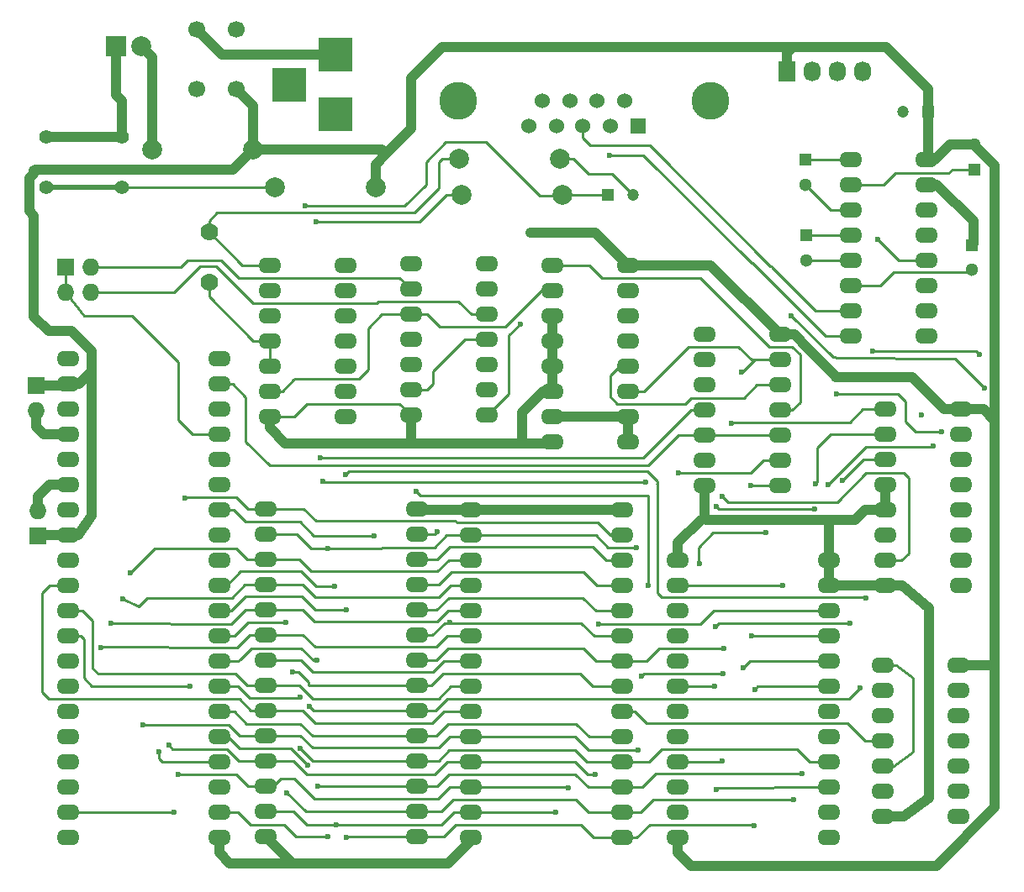
<source format=gbr>
%TF.GenerationSoftware,KiCad,Pcbnew,(6.0.2)*%
%TF.CreationDate,2022-04-19T16:16:49-04:00*%
%TF.ProjectId,MicroUK101,4d696372-6f55-44b3-9130-312e6b696361,rev?*%
%TF.SameCoordinates,Original*%
%TF.FileFunction,Copper,L1,Top*%
%TF.FilePolarity,Positive*%
%FSLAX46Y46*%
G04 Gerber Fmt 4.6, Leading zero omitted, Abs format (unit mm)*
G04 Created by KiCad (PCBNEW (6.0.2)) date 2022-04-19 16:16:49*
%MOMM*%
%LPD*%
G01*
G04 APERTURE LIST*
%TA.AperFunction,ComponentPad*%
%ADD10R,1.200000X1.200000*%
%TD*%
%TA.AperFunction,ComponentPad*%
%ADD11C,1.200000*%
%TD*%
%TA.AperFunction,ComponentPad*%
%ADD12R,3.500120X3.500120*%
%TD*%
%TA.AperFunction,ComponentPad*%
%ADD13R,1.727200X1.727200*%
%TD*%
%TA.AperFunction,ComponentPad*%
%ADD14O,1.727200X1.727200*%
%TD*%
%TA.AperFunction,ComponentPad*%
%ADD15C,1.998980*%
%TD*%
%TA.AperFunction,ComponentPad*%
%ADD16C,1.397000*%
%TD*%
%TA.AperFunction,ComponentPad*%
%ADD17O,2.300000X1.600000*%
%TD*%
%TA.AperFunction,ComponentPad*%
%ADD18C,1.778000*%
%TD*%
%TA.AperFunction,ComponentPad*%
%ADD19R,2.000000X2.000000*%
%TD*%
%TA.AperFunction,ComponentPad*%
%ADD20C,2.000000*%
%TD*%
%TA.AperFunction,ComponentPad*%
%ADD21R,1.300000X1.300000*%
%TD*%
%TA.AperFunction,ComponentPad*%
%ADD22C,1.300000*%
%TD*%
%TA.AperFunction,ComponentPad*%
%ADD23C,1.700000*%
%TD*%
%TA.AperFunction,ComponentPad*%
%ADD24R,1.727200X2.032000*%
%TD*%
%TA.AperFunction,ComponentPad*%
%ADD25O,1.727200X2.032000*%
%TD*%
%TA.AperFunction,ComponentPad*%
%ADD26C,3.810000*%
%TD*%
%TA.AperFunction,ComponentPad*%
%ADD27R,1.524000X1.524000*%
%TD*%
%TA.AperFunction,ComponentPad*%
%ADD28C,1.524000*%
%TD*%
%TA.AperFunction,ViaPad*%
%ADD29C,0.600000*%
%TD*%
%TA.AperFunction,Conductor*%
%ADD30C,1.000000*%
%TD*%
%TA.AperFunction,Conductor*%
%ADD31C,0.250000*%
%TD*%
%TA.AperFunction,Conductor*%
%ADD32C,0.500000*%
%TD*%
G04 APERTURE END LIST*
D10*
%TO.P,C5,1*%
%TO.N,5V*%
X124460000Y-47447200D03*
D11*
%TO.P,C5,2*%
%TO.N,GND*%
X121960000Y-47447200D03*
%TD*%
D10*
%TO.P,C6,1*%
%TO.N,Net-(C6-Pad1)*%
X92252800Y-55829200D03*
D11*
%TO.P,C6,2*%
%TO.N,Net-(C6-Pad2)*%
X94752800Y-55829200D03*
%TD*%
D12*
%TO.P,CON1,1*%
%TO.N,Net-(CON1-Pad1)*%
X64820800Y-47754540D03*
%TO.P,CON1,2*%
%TO.N,Net-(CON1-Pad2)*%
X64820800Y-41755060D03*
%TO.P,CON1,3*%
%TO.N,Net-(CON1-Pad3)*%
X60121800Y-44754800D03*
%TD*%
D13*
%TO.P,P1,1*%
%TO.N,CLOCK*%
X37642800Y-63144400D03*
D14*
%TO.P,P1,2*%
%TO.N,2MHz*%
X40182800Y-63144400D03*
%TO.P,P1,3*%
%TO.N,CLOCK*%
X37642800Y-65684400D03*
%TO.P,P1,4*%
%TO.N,1MHz*%
X40182800Y-65684400D03*
%TD*%
D15*
%TO.P,R1,1*%
%TO.N,5V*%
X68834000Y-55067200D03*
%TO.P,R1,2*%
%TO.N,RESET*%
X58674000Y-55067200D03*
%TD*%
%TO.P,R2,1*%
%TO.N,Net-(C6-Pad2)*%
X87376000Y-52222400D03*
%TO.P,R2,2*%
%TO.N,Net-(R2-Pad2)*%
X77216000Y-52222400D03*
%TD*%
%TO.P,R3,1*%
%TO.N,Net-(R3-Pad1)*%
X77470000Y-55880000D03*
%TO.P,R3,2*%
%TO.N,Net-(C6-Pad1)*%
X87630000Y-55880000D03*
%TD*%
D16*
%TO.P,SW1,1*%
%TO.N,RESET*%
X35712400Y-55067200D03*
%TO.P,SW1,2*%
%TO.N,GND*%
X35712400Y-49987200D03*
%TO.P,SW1,1*%
%TO.N,RESET*%
X43332400Y-55067200D03*
%TO.P,SW1,2*%
%TO.N,GND*%
X43332400Y-49987200D03*
%TD*%
D17*
%TO.P,U1,1*%
%TO.N,VSS*%
X37846000Y-72390000D03*
%TO.P,U1,2*%
%TO.N,5V*%
X37846000Y-74930000D03*
%TO.P,U1,3*%
%TO.N,Net-(U1-Pad3)*%
X37846000Y-77470000D03*
%TO.P,U1,4*%
%TO.N,~{IRQ}*%
X37846000Y-80010000D03*
%TO.P,U1,5*%
%TO.N,Net-(U1-Pad5)*%
X37846000Y-82550000D03*
%TO.P,U1,6*%
%TO.N,~{NMI}*%
X37846000Y-85090000D03*
%TO.P,U1,7*%
%TO.N,Net-(U1-Pad7)*%
X37846000Y-87630000D03*
%TO.P,U1,8*%
%TO.N,5V*%
X37846000Y-90170000D03*
%TO.P,U1,9*%
%TO.N,A0*%
X37846000Y-92710000D03*
%TO.P,U1,10*%
%TO.N,A1*%
X37846000Y-95250000D03*
%TO.P,U1,11*%
%TO.N,A2*%
X37846000Y-97790000D03*
%TO.P,U1,12*%
%TO.N,A3*%
X37846000Y-100330000D03*
%TO.P,U1,13*%
%TO.N,A4*%
X37846000Y-102870000D03*
%TO.P,U1,14*%
%TO.N,A5*%
X37846000Y-105410000D03*
%TO.P,U1,15*%
%TO.N,A6*%
X37846000Y-107950000D03*
%TO.P,U1,16*%
%TO.N,A7*%
X37846000Y-110490000D03*
%TO.P,U1,17*%
%TO.N,A8*%
X37846000Y-113030000D03*
%TO.P,U1,18*%
%TO.N,A9*%
X37846000Y-115570000D03*
%TO.P,U1,19*%
%TO.N,A10*%
X37846000Y-118110000D03*
%TO.P,U1,20*%
%TO.N,A11*%
X37846000Y-120650000D03*
%TO.P,U1,21*%
%TO.N,GND*%
X53086000Y-120650000D03*
%TO.P,U1,22*%
%TO.N,A12*%
X53086000Y-118110000D03*
%TO.P,U1,23*%
%TO.N,A13*%
X53086000Y-115570000D03*
%TO.P,U1,24*%
%TO.N,A14*%
X53086000Y-113030000D03*
%TO.P,U1,25*%
%TO.N,A15*%
X53086000Y-110490000D03*
%TO.P,U1,26*%
%TO.N,D7*%
X53086000Y-107950000D03*
%TO.P,U1,27*%
%TO.N,D6*%
X53086000Y-105410000D03*
%TO.P,U1,28*%
%TO.N,D5*%
X53086000Y-102870000D03*
%TO.P,U1,29*%
%TO.N,D4*%
X53086000Y-100330000D03*
%TO.P,U1,30*%
%TO.N,D3*%
X53086000Y-97790000D03*
%TO.P,U1,31*%
%TO.N,D2*%
X53086000Y-95250000D03*
%TO.P,U1,32*%
%TO.N,D1*%
X53086000Y-92710000D03*
%TO.P,U1,33*%
%TO.N,D0*%
X53086000Y-90170000D03*
%TO.P,U1,34*%
%TO.N,R/~{W}*%
X53086000Y-87630000D03*
%TO.P,U1,35*%
%TO.N,Net-(U1-Pad35)*%
X53086000Y-85090000D03*
%TO.P,U1,36*%
%TO.N,Net-(U1-Pad36)*%
X53086000Y-82550000D03*
%TO.P,U1,37*%
%TO.N,CLOCK*%
X53086000Y-80010000D03*
%TO.P,U1,38*%
%TO.N,Net-(U1-Pad38)*%
X53086000Y-77470000D03*
%TO.P,U1,39*%
%TO.N,Phi2*%
X53086000Y-74930000D03*
%TO.P,U1,40*%
%TO.N,RESET*%
X53086000Y-72390000D03*
%TD*%
%TO.P,U4,1*%
%TO.N,Net-(C1-Pad1)*%
X116738400Y-52324000D03*
%TO.P,U4,2*%
%TO.N,Net-(C3-Pad1)*%
X116738400Y-54864000D03*
%TO.P,U4,3*%
%TO.N,Net-(C1-Pad2)*%
X116738400Y-57404000D03*
%TO.P,U4,4*%
%TO.N,Net-(C2-Pad1)*%
X116738400Y-59944000D03*
%TO.P,U4,5*%
%TO.N,Net-(C2-Pad2)*%
X116738400Y-62484000D03*
%TO.P,U4,6*%
%TO.N,Net-(C4-Pad2)*%
X116738400Y-65024000D03*
%TO.P,U4,7*%
%TO.N,Tx*%
X116738400Y-67564000D03*
%TO.P,U4,8*%
%TO.N,Rx*%
X116738400Y-70104000D03*
%TO.P,U4,9*%
%TO.N,Net-(U4-Pad9)*%
X124358400Y-70104000D03*
%TO.P,U4,10*%
%TO.N,Net-(U4-Pad10)*%
X124358400Y-67564000D03*
%TO.P,U4,11*%
%TO.N,TTL_Tx*%
X124358400Y-65024000D03*
%TO.P,U4,12*%
%TO.N,TTL_Rx*%
X124358400Y-62484000D03*
%TO.P,U4,13*%
%TO.N,Net-(U4-Pad13)*%
X124358400Y-59944000D03*
%TO.P,U4,14*%
%TO.N,Net-(U4-Pad14)*%
X124358400Y-57404000D03*
%TO.P,U4,15*%
%TO.N,GND*%
X124358400Y-54864000D03*
%TO.P,U4,16*%
%TO.N,5V*%
X124358400Y-52324000D03*
%TD*%
%TO.P,U6,1*%
%TO.N,Net-(R2-Pad2)*%
X58166000Y-62941200D03*
%TO.P,U6,2*%
%TO.N,Net-(C6-Pad2)*%
X58166000Y-65481200D03*
%TO.P,U6,3*%
%TO.N,Net-(C6-Pad1)*%
X58166000Y-68021200D03*
%TO.P,U6,4*%
%TO.N,Net-(R3-Pad1)*%
X58166000Y-70561200D03*
%TO.P,U6,5*%
X58166000Y-73101200D03*
%TO.P,U6,6*%
%TO.N,4MHz*%
X58166000Y-75641200D03*
%TO.P,U6,7*%
%TO.N,GND*%
X58166000Y-78181200D03*
%TO.P,U6,8*%
%TO.N,Net-(U11-Pad2)*%
X65786000Y-78181200D03*
%TO.P,U6,9*%
%TO.N,A11*%
X65786000Y-75641200D03*
%TO.P,U6,10*%
%TO.N,CS_ACIA*%
X65786000Y-73101200D03*
%TO.P,U6,11*%
%TO.N,Fxxx*%
X65786000Y-70561200D03*
%TO.P,U6,12*%
%TO.N,Net-(U10-Pad4)*%
X65786000Y-68021200D03*
%TO.P,U6,13*%
%TO.N,R/~{W}*%
X65786000Y-65481200D03*
%TO.P,U6,14*%
%TO.N,5V*%
X65786000Y-62941200D03*
%TD*%
%TO.P,U7,1*%
%TO.N,Net-(U10-Pad11)*%
X86664800Y-62941200D03*
%TO.P,U7,2*%
%TO.N,4MHz*%
X86664800Y-65481200D03*
%TO.P,U7,3*%
%TO.N,GND*%
X86664800Y-68021200D03*
%TO.P,U7,4*%
X86664800Y-70561200D03*
%TO.P,U7,5*%
X86664800Y-73101200D03*
%TO.P,U7,6*%
X86664800Y-75641200D03*
%TO.P,U7,7*%
%TO.N,5V*%
X86664800Y-78181200D03*
%TO.P,U7,8*%
%TO.N,GND*%
X86664800Y-80721200D03*
%TO.P,U7,9*%
%TO.N,5V*%
X94284800Y-80721200D03*
%TO.P,U7,10*%
X94284800Y-78181200D03*
%TO.P,U7,11*%
%TO.N,BAUDCLK*%
X94284800Y-75641200D03*
%TO.P,U7,12*%
%TO.N,Net-(U10-Pad12)*%
X94284800Y-73101200D03*
%TO.P,U7,13*%
%TO.N,Net-(U7-Pad13)*%
X94284800Y-70561200D03*
%TO.P,U7,14*%
%TO.N,Net-(U7-Pad14)*%
X94284800Y-68021200D03*
%TO.P,U7,15*%
%TO.N,Net-(U7-Pad15)*%
X94284800Y-65481200D03*
%TO.P,U7,16*%
%TO.N,5V*%
X94284800Y-62941200D03*
%TD*%
%TO.P,U8,1*%
%TO.N,5V*%
X72390000Y-62839600D03*
%TO.P,U8,2*%
%TO.N,2MHz*%
X72390000Y-65379600D03*
%TO.P,U8,3*%
%TO.N,4MHz*%
X72390000Y-67919600D03*
%TO.P,U8,4*%
%TO.N,5V*%
X72390000Y-70459600D03*
%TO.P,U8,5*%
%TO.N,Net-(U8-Pad5)*%
X72390000Y-72999600D03*
%TO.P,U8,6*%
%TO.N,2MHz*%
X72390000Y-75539600D03*
%TO.P,U8,7*%
%TO.N,GND*%
X72390000Y-78079600D03*
%TO.P,U8,8*%
%TO.N,1MHz*%
X80010000Y-78079600D03*
%TO.P,U8,9*%
%TO.N,Net-(U8-Pad9)*%
X80010000Y-75539600D03*
%TO.P,U8,10*%
%TO.N,5V*%
X80010000Y-72999600D03*
%TO.P,U8,11*%
%TO.N,2MHz*%
X80010000Y-70459600D03*
%TO.P,U8,12*%
%TO.N,1MHz*%
X80010000Y-67919600D03*
%TO.P,U8,13*%
%TO.N,5V*%
X80010000Y-65379600D03*
%TO.P,U8,14*%
X80010000Y-62839600D03*
%TD*%
%TO.P,U9,1*%
%TO.N,A12*%
X120142000Y-77470000D03*
%TO.P,U9,2*%
%TO.N,A13*%
X120142000Y-80010000D03*
%TO.P,U9,3*%
%TO.N,A14*%
X120142000Y-82550000D03*
%TO.P,U9,4*%
%TO.N,GND*%
X120142000Y-85090000D03*
%TO.P,U9,5*%
X120142000Y-87630000D03*
%TO.P,U9,6*%
%TO.N,A15*%
X120142000Y-90170000D03*
%TO.P,U9,7*%
%TO.N,Fxxx*%
X120142000Y-92710000D03*
%TO.P,U9,8*%
%TO.N,GND*%
X120142000Y-95250000D03*
%TO.P,U9,9*%
%TO.N,Exxx*%
X127762000Y-95250000D03*
%TO.P,U9,10*%
%TO.N,Dxxx*%
X127762000Y-92710000D03*
%TO.P,U9,11*%
%TO.N,Cxxx*%
X127762000Y-90170000D03*
%TO.P,U9,12*%
%TO.N,Bxxx*%
X127762000Y-87630000D03*
%TO.P,U9,13*%
%TO.N,Axxx*%
X127762000Y-85090000D03*
%TO.P,U9,14*%
%TO.N,9xxx*%
X127762000Y-82550000D03*
%TO.P,U9,15*%
%TO.N,8xxx*%
X127762000Y-80010000D03*
%TO.P,U9,16*%
%TO.N,5V*%
X127762000Y-77470000D03*
%TD*%
%TO.P,U10,1*%
%TO.N,Axxx*%
X101955600Y-69951600D03*
%TO.P,U10,2*%
%TO.N,Bxxx*%
X101955600Y-72491600D03*
%TO.P,U10,3*%
%TO.N,Net-(U10-Pad3)*%
X101955600Y-75031600D03*
%TO.P,U10,4*%
%TO.N,Net-(U10-Pad4)*%
X101955600Y-77571600D03*
%TO.P,U10,5*%
%TO.N,Phi2*%
X101955600Y-80111600D03*
%TO.P,U10,6*%
%TO.N,~{WRITE}*%
X101955600Y-82651600D03*
%TO.P,U10,7*%
%TO.N,GND*%
X101955600Y-85191600D03*
%TO.P,U10,8*%
%TO.N,~{READ}*%
X109575600Y-85191600D03*
%TO.P,U10,9*%
%TO.N,R/~{W}*%
X109575600Y-82651600D03*
%TO.P,U10,10*%
%TO.N,Phi2*%
X109575600Y-80111600D03*
%TO.P,U10,11*%
%TO.N,Net-(U10-Pad11)*%
X109575600Y-77571600D03*
%TO.P,U10,12*%
%TO.N,Net-(U10-Pad12)*%
X109575600Y-75031600D03*
%TO.P,U10,13*%
%TO.N,BAUDCLK*%
X109575600Y-72491600D03*
%TO.P,U10,14*%
%TO.N,5V*%
X109575600Y-69951600D03*
%TD*%
%TO.P,U11,1*%
%TO.N,Net-(U11-Pad1)*%
X119888000Y-103276400D03*
%TO.P,U11,2*%
%TO.N,Net-(U11-Pad2)*%
X119888000Y-105816400D03*
%TO.P,U11,3*%
%TO.N,Fxxx*%
X119888000Y-108356400D03*
%TO.P,U11,4*%
%TO.N,CS_ROM*%
X119888000Y-110896400D03*
%TO.P,U11,5*%
%TO.N,Net-(U11-Pad1)*%
X119888000Y-113436400D03*
%TO.P,U11,6*%
%TO.N,Net-(U10-Pad3)*%
X119888000Y-115976400D03*
%TO.P,U11,7*%
%TO.N,GND*%
X119888000Y-118516400D03*
%TO.P,U11,8*%
%TO.N,Net-(U11-Pad8)*%
X127508000Y-118516400D03*
%TO.P,U11,9*%
%TO.N,Net-(U11-Pad9)*%
X127508000Y-115976400D03*
%TO.P,U11,10*%
%TO.N,Net-(U11-Pad10)*%
X127508000Y-113436400D03*
%TO.P,U11,11*%
%TO.N,Net-(U11-Pad11)*%
X127508000Y-110896400D03*
%TO.P,U11,12*%
%TO.N,Net-(U11-Pad12)*%
X127508000Y-108356400D03*
%TO.P,U11,13*%
%TO.N,Net-(U11-Pad13)*%
X127508000Y-105816400D03*
%TO.P,U11,14*%
%TO.N,5V*%
X127508000Y-103276400D03*
%TD*%
D18*
%TO.P,X1,1*%
%TO.N,Net-(R2-Pad2)*%
X52070000Y-59588400D03*
%TO.P,X1,2*%
%TO.N,Net-(R3-Pad1)*%
X52070000Y-64668400D03*
%TD*%
D17*
%TO.P,U2,1*%
%TO.N,A14*%
X57759600Y-87528400D03*
%TO.P,U2,2*%
%TO.N,A12*%
X57759600Y-90068400D03*
%TO.P,U2,3*%
%TO.N,A7*%
X57759600Y-92608400D03*
%TO.P,U2,4*%
%TO.N,A6*%
X57759600Y-95148400D03*
%TO.P,U2,5*%
%TO.N,A5*%
X57759600Y-97688400D03*
%TO.P,U2,6*%
%TO.N,A4*%
X57759600Y-100228400D03*
%TO.P,U2,7*%
%TO.N,A3*%
X57759600Y-102768400D03*
%TO.P,U2,8*%
%TO.N,A2*%
X57759600Y-105308400D03*
%TO.P,U2,9*%
%TO.N,A1*%
X57759600Y-107848400D03*
%TO.P,U2,10*%
%TO.N,A0*%
X57759600Y-110388400D03*
%TO.P,U2,11*%
%TO.N,D0*%
X57759600Y-112928400D03*
%TO.P,U2,12*%
%TO.N,D1*%
X57759600Y-115468400D03*
%TO.P,U2,13*%
%TO.N,D2*%
X57759600Y-118008400D03*
%TO.P,U2,14*%
%TO.N,GND*%
X57759600Y-120548400D03*
%TO.P,U2,15*%
%TO.N,D3*%
X72999600Y-120548400D03*
%TO.P,U2,16*%
%TO.N,D4*%
X72999600Y-118008400D03*
%TO.P,U2,17*%
%TO.N,D5*%
X72999600Y-115468400D03*
%TO.P,U2,18*%
%TO.N,D6*%
X72999600Y-112928400D03*
%TO.P,U2,19*%
%TO.N,D7*%
X72999600Y-110388400D03*
%TO.P,U2,20*%
%TO.N,A15*%
X72999600Y-107848400D03*
%TO.P,U2,21*%
%TO.N,A10*%
X72999600Y-105308400D03*
%TO.P,U2,22*%
%TO.N,~{READ}*%
X72999600Y-102768400D03*
%TO.P,U2,23*%
%TO.N,A11*%
X72999600Y-100228400D03*
%TO.P,U2,24*%
%TO.N,A9*%
X72999600Y-97688400D03*
%TO.P,U2,25*%
%TO.N,A8*%
X72999600Y-95148400D03*
%TO.P,U2,26*%
%TO.N,A13*%
X72999600Y-92608400D03*
%TO.P,U2,27*%
%TO.N,~{WRITE}*%
X72999600Y-90068400D03*
%TO.P,U2,28*%
%TO.N,5V*%
X72999600Y-87528400D03*
%TD*%
%TO.P,U3,1*%
%TO.N,5V*%
X78435200Y-87630000D03*
%TO.P,U3,2*%
%TO.N,A12*%
X78435200Y-90170000D03*
%TO.P,U3,3*%
%TO.N,A7*%
X78435200Y-92710000D03*
%TO.P,U3,4*%
%TO.N,A6*%
X78435200Y-95250000D03*
%TO.P,U3,5*%
%TO.N,A5*%
X78435200Y-97790000D03*
%TO.P,U3,6*%
%TO.N,A4*%
X78435200Y-100330000D03*
%TO.P,U3,7*%
%TO.N,A3*%
X78435200Y-102870000D03*
%TO.P,U3,8*%
%TO.N,A2*%
X78435200Y-105410000D03*
%TO.P,U3,9*%
%TO.N,A1*%
X78435200Y-107950000D03*
%TO.P,U3,10*%
%TO.N,A0*%
X78435200Y-110490000D03*
%TO.P,U3,11*%
%TO.N,D0*%
X78435200Y-113030000D03*
%TO.P,U3,12*%
%TO.N,D1*%
X78435200Y-115570000D03*
%TO.P,U3,13*%
%TO.N,D2*%
X78435200Y-118110000D03*
%TO.P,U3,14*%
%TO.N,GND*%
X78435200Y-120650000D03*
%TO.P,U3,15*%
%TO.N,D3*%
X93675200Y-120650000D03*
%TO.P,U3,16*%
%TO.N,D4*%
X93675200Y-118110000D03*
%TO.P,U3,17*%
%TO.N,D5*%
X93675200Y-115570000D03*
%TO.P,U3,18*%
%TO.N,D6*%
X93675200Y-113030000D03*
%TO.P,U3,19*%
%TO.N,D7*%
X93675200Y-110490000D03*
%TO.P,U3,20*%
%TO.N,CS_ROM*%
X93675200Y-107950000D03*
%TO.P,U3,21*%
%TO.N,A10*%
X93675200Y-105410000D03*
%TO.P,U3,22*%
%TO.N,~{READ}*%
X93675200Y-102870000D03*
%TO.P,U3,23*%
%TO.N,A11*%
X93675200Y-100330000D03*
%TO.P,U3,24*%
%TO.N,A9*%
X93675200Y-97790000D03*
%TO.P,U3,25*%
%TO.N,A8*%
X93675200Y-95250000D03*
%TO.P,U3,26*%
%TO.N,A13*%
X93675200Y-92710000D03*
%TO.P,U3,27*%
%TO.N,A14*%
X93675200Y-90170000D03*
%TO.P,U3,28*%
%TO.N,5V*%
X93675200Y-87630000D03*
%TD*%
%TO.P,U5,1*%
%TO.N,GND*%
X99263200Y-92710000D03*
%TO.P,U5,2*%
%TO.N,TTL_Rx*%
X99263200Y-95250000D03*
%TO.P,U5,3*%
%TO.N,BAUDCLK*%
X99263200Y-97790000D03*
%TO.P,U5,4*%
X99263200Y-100330000D03*
%TO.P,U5,5*%
%TO.N,Net-(U5-Pad5)*%
X99263200Y-102870000D03*
%TO.P,U5,6*%
%TO.N,TTL_Tx*%
X99263200Y-105410000D03*
%TO.P,U5,7*%
%TO.N,Net-(U5-Pad7)*%
X99263200Y-107950000D03*
%TO.P,U5,8*%
%TO.N,CS_ACIA*%
X99263200Y-110490000D03*
%TO.P,U5,9*%
%TO.N,A11*%
X99263200Y-113030000D03*
%TO.P,U5,10*%
%TO.N,5V*%
X99263200Y-115570000D03*
%TO.P,U5,11*%
%TO.N,A0*%
X99263200Y-118110000D03*
%TO.P,U5,12*%
%TO.N,5V*%
X99263200Y-120650000D03*
%TO.P,U5,13*%
%TO.N,R/~{W}*%
X114503200Y-120650000D03*
%TO.P,U5,14*%
%TO.N,Phi2*%
X114503200Y-118110000D03*
%TO.P,U5,15*%
%TO.N,D7*%
X114503200Y-115570000D03*
%TO.P,U5,16*%
%TO.N,D6*%
X114503200Y-113030000D03*
%TO.P,U5,17*%
%TO.N,D5*%
X114503200Y-110490000D03*
%TO.P,U5,18*%
%TO.N,D4*%
X114503200Y-107950000D03*
%TO.P,U5,19*%
%TO.N,D3*%
X114503200Y-105410000D03*
%TO.P,U5,20*%
%TO.N,D2*%
X114503200Y-102870000D03*
%TO.P,U5,21*%
%TO.N,D1*%
X114503200Y-100330000D03*
%TO.P,U5,22*%
%TO.N,D0*%
X114503200Y-97790000D03*
%TO.P,U5,23*%
%TO.N,GND*%
X114503200Y-95250000D03*
%TO.P,U5,24*%
X114503200Y-92710000D03*
%TD*%
D19*
%TO.P,D1,1*%
%TO.N,GND*%
X42722800Y-40894000D03*
D20*
%TO.P,D1,2*%
%TO.N,Net-(D1-Pad2)*%
X45262800Y-40894000D03*
%TD*%
D15*
%TO.P,R4,1*%
%TO.N,5V*%
X56489600Y-51308000D03*
%TO.P,R4,2*%
%TO.N,Net-(D1-Pad2)*%
X46329600Y-51308000D03*
%TD*%
D21*
%TO.P,C1,1*%
%TO.N,Net-(C1-Pad1)*%
X112115600Y-52324000D03*
D22*
%TO.P,C1,2*%
%TO.N,Net-(C1-Pad2)*%
X112115600Y-54824000D03*
%TD*%
D21*
%TO.P,C2,1*%
%TO.N,Net-(C2-Pad1)*%
X112217200Y-59944000D03*
D22*
%TO.P,C2,2*%
%TO.N,Net-(C2-Pad2)*%
X112217200Y-62444000D03*
%TD*%
D21*
%TO.P,C3,1*%
%TO.N,Net-(C3-Pad1)*%
X129184400Y-53289200D03*
D22*
%TO.P,C3,2*%
%TO.N,5V*%
X129184400Y-50789200D03*
%TD*%
D21*
%TO.P,C4,1*%
%TO.N,GND*%
X128930400Y-60909200D03*
D22*
%TO.P,C4,2*%
%TO.N,Net-(C4-Pad2)*%
X128930400Y-63409200D03*
%TD*%
D23*
%TO.P,SW2,4*%
%TO.N,Net-(CON1-Pad1)*%
X54850800Y-39212000D03*
%TO.P,SW2,3*%
%TO.N,5V*%
X54850800Y-45212000D03*
%TO.P,SW2,2*%
%TO.N,Net-(CON1-Pad2)*%
X50850800Y-39212000D03*
%TO.P,SW2,1*%
%TO.N,GND*%
X50850800Y-45212000D03*
%TD*%
D24*
%TO.P,P2,1*%
%TO.N,5V*%
X110286800Y-43434000D03*
D25*
%TO.P,P2,2*%
%TO.N,TTL_Rx*%
X112826800Y-43434000D03*
%TO.P,P2,3*%
%TO.N,TTL_Tx*%
X115366800Y-43434000D03*
%TO.P,P2,4*%
%TO.N,GND*%
X117906800Y-43434000D03*
%TD*%
D13*
%TO.P,P3,1*%
%TO.N,5V*%
X34696400Y-75082400D03*
D14*
%TO.P,P3,2*%
%TO.N,~{IRQ}*%
X34696400Y-77622400D03*
%TD*%
D13*
%TO.P,P4,1*%
%TO.N,5V*%
X34848800Y-90220800D03*
D14*
%TO.P,P4,2*%
%TO.N,~{NMI}*%
X34848800Y-87680800D03*
%TD*%
D26*
%TO.P,J1,*%
%TO.N,*%
X102539800Y-46380400D03*
X77139800Y-46380400D03*
D27*
%TO.P,J1,1*%
%TO.N,Net-(J1-Pad1)*%
X95300800Y-48920400D03*
D28*
%TO.P,J1,2*%
%TO.N,Rx*%
X92506800Y-48920400D03*
%TO.P,J1,3*%
%TO.N,Tx*%
X89712800Y-48920400D03*
%TO.P,J1,4*%
%TO.N,Net-(J1-Pad4)*%
X87045800Y-48920400D03*
%TO.P,J1,5*%
%TO.N,GND*%
X84251800Y-48920400D03*
%TO.P,J1,9*%
%TO.N,Net-(J1-Pad9)*%
X85648800Y-46380400D03*
%TO.P,J1,8*%
%TO.N,Net-(J1-Pad8)*%
X88442800Y-46380400D03*
%TO.P,J1,7*%
%TO.N,Net-(J1-Pad7)*%
X91109800Y-46380400D03*
%TO.P,J1,6*%
%TO.N,Net-(J1-Pad6)*%
X93903800Y-46380400D03*
%TD*%
D29*
%TO.N,Net-(C6-Pad1)*%
X61772800Y-56997600D03*
%TO.N,5V*%
X84480400Y-59690000D03*
%TO.N,GND*%
X83515200Y-80873600D03*
%TO.N,Rx*%
X92440800Y-51854400D03*
%TO.N,1MHz*%
X83413600Y-68884800D03*
%TO.N,Net-(R3-Pad1)*%
X62890400Y-58572400D03*
%TO.N,A0*%
X45415200Y-109270800D03*
X95300800Y-111861600D03*
%TO.N,A3*%
X50190400Y-105359200D03*
%TO.N,A4*%
X41198800Y-101498400D03*
%TO.N,A5*%
X42214800Y-99060000D03*
%TO.N,A6*%
X43383200Y-96570800D03*
%TO.N,A7*%
X44145200Y-93980000D03*
%TO.N,A10*%
X60452000Y-103987600D03*
X48564800Y-118059200D03*
%TO.N,A11*%
X103784400Y-112928400D03*
X103835200Y-104140000D03*
X95605600Y-104394000D03*
X76301600Y-98958400D03*
%TO.N,A12*%
X64008000Y-91541600D03*
X64058800Y-120548400D03*
X104698800Y-78892400D03*
X95148400Y-91389200D03*
%TO.N,A13*%
X108153200Y-89916000D03*
X101447600Y-93065600D03*
X113131600Y-84988400D03*
%TO.N,A14*%
X115824000Y-84683600D03*
X113030000Y-87528400D03*
X103124000Y-87274400D03*
X46990000Y-111963200D03*
X49682400Y-86410800D03*
%TO.N,A15*%
X62026800Y-113385600D03*
X62179200Y-107391200D03*
X117652800Y-105562400D03*
%TO.N,D7*%
X103174800Y-115773200D03*
%TO.N,D6*%
X61214000Y-106527600D03*
X61214000Y-111658400D03*
%TO.N,D5*%
X63042800Y-115468400D03*
X62941200Y-102768400D03*
X111760000Y-114198400D03*
%TO.N,D4*%
X59791600Y-98958400D03*
X59893200Y-116128800D03*
X110947200Y-116840000D03*
%TO.N,D3*%
X107035600Y-105714800D03*
X65887600Y-120599200D03*
X65938400Y-97688400D03*
X106934000Y-119430800D03*
%TO.N,D2*%
X86969600Y-118110000D03*
X105867200Y-103530400D03*
X64922400Y-119380000D03*
X64719200Y-95300800D03*
%TO.N,D1*%
X106680000Y-100330000D03*
X88239600Y-115671600D03*
X48971200Y-114300000D03*
%TO.N,D0*%
X91287600Y-99161600D03*
X90982800Y-114300000D03*
X48006000Y-111353600D03*
%TO.N,R/~{W}*%
X68732400Y-90220800D03*
X63500000Y-84734400D03*
X99364800Y-83921600D03*
X96012000Y-84785200D03*
%TO.N,~{READ}*%
X106629200Y-85191600D03*
X103936800Y-101600000D03*
%TO.N,BAUDCLK*%
X105714800Y-73710800D03*
%TO.N,CS_ACIA*%
X96316800Y-95199200D03*
X72948800Y-85750400D03*
%TO.N,Net-(U11-Pad2)*%
X118262400Y-96520000D03*
X65786000Y-84074000D03*
%TO.N,Fxxx*%
X103784400Y-86258400D03*
%TO.N,Net-(U10-Pad4)*%
X63246000Y-82397600D03*
%TO.N,Bxxx*%
X110693200Y-68021200D03*
X130149600Y-75336400D03*
%TO.N,Axxx*%
X115265200Y-75946000D03*
X125831600Y-79756000D03*
%TO.N,Net-(U10-Pad3)*%
X118872000Y-71628000D03*
X129641600Y-71983600D03*
%TO.N,TTL_Rx*%
X124968000Y-81178400D03*
X119430800Y-60350400D03*
X109829600Y-95199200D03*
X114401600Y-85090000D03*
%TO.N,TTL_Tx*%
X123799600Y-78079600D03*
X103073200Y-99364800D03*
X102971600Y-105410000D03*
X116586000Y-99060000D03*
%TO.N,~{WRITE}*%
X75031600Y-89814400D03*
%TD*%
D30*
%TO.N,Net-(CON1-Pad2)*%
X53393860Y-41755060D02*
X50850800Y-39212000D01*
X64820800Y-41755060D02*
X53393860Y-41755060D01*
%TO.N,5V*%
X69494400Y-51308000D02*
X69900800Y-51714400D01*
X56489600Y-51308000D02*
X69494400Y-51308000D01*
X69900800Y-51714400D02*
X72466200Y-49149000D01*
X68834000Y-52781200D02*
X69900800Y-51714400D01*
X72466200Y-44119800D02*
X75590400Y-40995600D01*
X75590400Y-40995600D02*
X110845600Y-40995600D01*
X72466200Y-49149000D02*
X72466200Y-44119800D01*
X68834000Y-55067200D02*
X68834000Y-52781200D01*
D31*
%TO.N,Net-(C1-Pad1)*%
X112115600Y-52324000D02*
X116738400Y-52324000D01*
%TO.N,Net-(C1-Pad2)*%
X116738400Y-57404000D02*
X114695600Y-57404000D01*
X114695600Y-57404000D02*
X112115600Y-54824000D01*
%TO.N,Net-(C2-Pad1)*%
X116738400Y-59944000D02*
X112217200Y-59944000D01*
%TO.N,Net-(C2-Pad2)*%
X116738400Y-62484000D02*
X112257200Y-62484000D01*
X112257200Y-62484000D02*
X112217200Y-62444000D01*
%TO.N,Net-(C3-Pad1)*%
X129184400Y-53289200D02*
X126949200Y-53289200D01*
X120040400Y-54864000D02*
X116738400Y-54864000D01*
X121208800Y-53695600D02*
X120040400Y-54864000D01*
X126542800Y-53695600D02*
X121208800Y-53695600D01*
X126949200Y-53289200D02*
X126542800Y-53695600D01*
%TO.N,Net-(C4-Pad2)*%
X116738400Y-65024000D02*
X119684800Y-65024000D01*
X121056400Y-63652400D02*
X128687200Y-63652400D01*
X119684800Y-65024000D02*
X121056400Y-63652400D01*
X128687200Y-63652400D02*
X128930400Y-63409200D01*
%TO.N,Net-(C6-Pad1)*%
X79933800Y-50520600D02*
X75920600Y-50520600D01*
X71729600Y-56997600D02*
X61772800Y-56997600D01*
X73914000Y-54813200D02*
X71729600Y-56997600D01*
X73914000Y-52527200D02*
X73914000Y-54813200D01*
X75920600Y-50520600D02*
X73914000Y-52527200D01*
X85344000Y-55930800D02*
X87579200Y-55930800D01*
X79933800Y-50520600D02*
X85344000Y-55930800D01*
X87579200Y-55930800D02*
X87630000Y-55880000D01*
X92252800Y-55829200D02*
X87680800Y-55829200D01*
X87680800Y-55829200D02*
X87630000Y-55880000D01*
%TO.N,Net-(C6-Pad2)*%
X87376000Y-52222400D02*
X88747600Y-52222400D01*
X92670000Y-53746400D02*
X94752800Y-55829200D01*
X90271600Y-53746400D02*
X92670000Y-53746400D01*
X88747600Y-52222400D02*
X90271600Y-53746400D01*
D30*
%TO.N,5V*%
X112420400Y-71323200D02*
X114706400Y-73609200D01*
X109575600Y-69951600D02*
X111048800Y-69951600D01*
X112420400Y-71323200D02*
X111048800Y-69951600D01*
X114706400Y-73660000D02*
X115265200Y-74218800D01*
X114706400Y-73609200D02*
X114706400Y-73660000D01*
X37846000Y-90170000D02*
X34899600Y-90170000D01*
X34899600Y-90170000D02*
X34848800Y-90220800D01*
X34696400Y-75082400D02*
X37693600Y-75082400D01*
X37693600Y-75082400D02*
X37846000Y-74930000D01*
X37846000Y-74930000D02*
X39014400Y-74930000D01*
X39014400Y-74930000D02*
X40284400Y-73660000D01*
X37846000Y-90170000D02*
X38912800Y-90170000D01*
X38912800Y-90170000D02*
X40284400Y-88239600D01*
X40284400Y-88239600D02*
X40284400Y-73660000D01*
X40284400Y-73660000D02*
X40284400Y-71628000D01*
X40284400Y-71628000D02*
X38252400Y-69596000D01*
X38252400Y-69596000D02*
X35915600Y-69596000D01*
X35915600Y-69596000D02*
X34442400Y-68122800D01*
X124460000Y-47447200D02*
X124460000Y-45212000D01*
X124460000Y-45212000D02*
X120243600Y-40995600D01*
X120243600Y-40995600D02*
X110845600Y-40995600D01*
X110286800Y-41554400D02*
X110286800Y-43434000D01*
X110845600Y-40995600D02*
X110286800Y-41554400D01*
X34442400Y-68122800D02*
X34442400Y-57962800D01*
X33985200Y-54203600D02*
X33985200Y-57505600D01*
X34442400Y-53746400D02*
X33985200Y-54203600D01*
X54508400Y-53289200D02*
X56489600Y-51308000D01*
X34594800Y-53289200D02*
X54508400Y-53289200D01*
D31*
X34442400Y-53441600D02*
X34594800Y-53289200D01*
D30*
X34442400Y-53441600D02*
X34442400Y-53746400D01*
X34442400Y-57962800D02*
X33985200Y-57505600D01*
X127508000Y-103276400D02*
X131216400Y-103276400D01*
X131216400Y-100482400D02*
X131216400Y-103276400D01*
X131216400Y-103276400D02*
X131216400Y-117602000D01*
X131216400Y-117602000D02*
X125323600Y-123494800D01*
X125323600Y-123494800D02*
X100584000Y-123494800D01*
X100584000Y-123494800D02*
X99263200Y-122174000D01*
X99263200Y-122174000D02*
X99263200Y-120650000D01*
X84480400Y-59690000D02*
X84480400Y-59639200D01*
X94284800Y-62941200D02*
X102565200Y-62941200D01*
X102565200Y-62941200D02*
X109575600Y-69951600D01*
X90982800Y-59639200D02*
X94284800Y-62941200D01*
X84480400Y-59639200D02*
X90982800Y-59639200D01*
X94284800Y-78181200D02*
X86664800Y-78181200D01*
X94284800Y-80721200D02*
X94284800Y-78181200D01*
X78435200Y-87630000D02*
X93675200Y-87630000D01*
X78435200Y-87630000D02*
X73101200Y-87630000D01*
D31*
X73101200Y-87630000D02*
X72999600Y-87528400D01*
X109575600Y-69951600D02*
X102971600Y-63347600D01*
X94691200Y-63347600D02*
X94284800Y-62941200D01*
D30*
X127762000Y-77470000D02*
X126136400Y-77470000D01*
X126136400Y-77470000D02*
X122885200Y-74218800D01*
X122885200Y-74218800D02*
X115265200Y-74218800D01*
X115265200Y-74218800D02*
X115163600Y-74218800D01*
D31*
X129184400Y-50789200D02*
X129184400Y-50850800D01*
D30*
X129184400Y-50850800D02*
X131216400Y-52882800D01*
X131216400Y-52882800D02*
X131216400Y-78638400D01*
X56489600Y-51308000D02*
X56489600Y-47853600D01*
X56489600Y-47853600D02*
X56489600Y-46850800D01*
X56489600Y-46850800D02*
X54850800Y-45212000D01*
X124460000Y-47447200D02*
X124460000Y-52222400D01*
D31*
X124460000Y-52222400D02*
X124358400Y-52324000D01*
D30*
X124358400Y-52324000D02*
X125171200Y-52324000D01*
X125171200Y-52324000D02*
X126706000Y-50789200D01*
X126706000Y-50789200D02*
X129184400Y-50789200D01*
X127508000Y-103276400D02*
X128422400Y-103276400D01*
X131216400Y-100482400D02*
X131216400Y-78638400D01*
X131216400Y-78638400D02*
X130048000Y-77470000D01*
X130048000Y-77470000D02*
X127762000Y-77470000D01*
%TO.N,GND*%
X60452000Y-123240800D02*
X54152800Y-123240800D01*
X53086000Y-122174000D02*
X53086000Y-120650000D01*
X54152800Y-123240800D02*
X53086000Y-122174000D01*
D31*
X58166000Y-78181200D02*
X60655200Y-78181200D01*
X71221600Y-76911200D02*
X72390000Y-78079600D01*
X61925200Y-76911200D02*
X71221600Y-76911200D01*
X60655200Y-78181200D02*
X61925200Y-76911200D01*
D30*
X72390000Y-78079600D02*
X72390000Y-80467200D01*
D31*
X83515200Y-80873600D02*
X83515200Y-80899000D01*
D30*
X58166000Y-78181200D02*
X58166000Y-79298800D01*
X72821800Y-80899000D02*
X83515200Y-80899000D01*
X58166000Y-79298800D02*
X59766200Y-80899000D01*
X59766200Y-80899000D02*
X72821800Y-80899000D01*
X83515200Y-80899000D02*
X86487000Y-80899000D01*
D31*
X86487000Y-80899000D02*
X86664800Y-80721200D01*
D30*
X86664800Y-75641200D02*
X85750400Y-75641200D01*
X85750400Y-75641200D02*
X83616800Y-77774800D01*
D31*
X83820000Y-80721200D02*
X86664800Y-80721200D01*
D30*
X83616800Y-77774800D02*
X83616800Y-80924400D01*
X101955600Y-85191600D02*
X101955600Y-88392000D01*
D31*
X101955600Y-88392000D02*
X102158800Y-88595200D01*
D30*
X114503200Y-91643200D02*
X114503200Y-88595200D01*
X86664800Y-68021200D02*
X86664800Y-70561200D01*
X86664800Y-70561200D02*
X86664800Y-73101200D01*
X86664800Y-73101200D02*
X86664800Y-75641200D01*
D31*
X86664800Y-75641200D02*
X86512400Y-75793600D01*
D30*
X120142000Y-95250000D02*
X121869200Y-95250000D01*
X121869200Y-95250000D02*
X124612400Y-97536000D01*
X124612400Y-97536000D02*
X124612400Y-116687600D01*
X124612400Y-116687600D02*
X122021600Y-118516400D01*
X122021600Y-118516400D02*
X119888000Y-118516400D01*
D31*
X78435200Y-120650000D02*
X78435200Y-120954800D01*
D30*
X78435200Y-120954800D02*
X76149200Y-123240800D01*
X76149200Y-123240800D02*
X60452000Y-123240800D01*
X60452000Y-123240800D02*
X57759600Y-120548400D01*
X120142000Y-87630000D02*
X120142000Y-85090000D01*
X111404400Y-88595200D02*
X114503200Y-88595200D01*
X114503200Y-88595200D02*
X117144800Y-88595200D01*
X117144800Y-88595200D02*
X118110000Y-87630000D01*
X118110000Y-87630000D02*
X120142000Y-87630000D01*
X99263200Y-92710000D02*
X99263200Y-90932000D01*
X99263200Y-90932000D02*
X101600000Y-88595200D01*
D31*
X101600000Y-88595200D02*
X102158800Y-88595200D01*
D30*
X102158800Y-88595200D02*
X105359200Y-88595200D01*
X114503200Y-92710000D02*
X114503200Y-91643200D01*
X111404400Y-88595200D02*
X105359200Y-88595200D01*
X114503200Y-95250000D02*
X114503200Y-92710000D01*
X120142000Y-95250000D02*
X117297200Y-95250000D01*
X117297200Y-95250000D02*
X114503200Y-95250000D01*
X35712400Y-49987200D02*
X43332400Y-49987200D01*
X43332400Y-49987200D02*
X43332400Y-46380400D01*
X42722800Y-45770800D02*
X42722800Y-40894000D01*
X43332400Y-46380400D02*
X42722800Y-45770800D01*
X124358400Y-54864000D02*
X125374400Y-54864000D01*
X125374400Y-54864000D02*
X129032000Y-58521600D01*
X129032000Y-58521600D02*
X129032000Y-60807600D01*
D31*
X129032000Y-60807600D02*
X128930400Y-60909200D01*
%TO.N,Rx*%
X106832400Y-62738000D02*
X106724400Y-62738000D01*
X116738400Y-70104000D02*
X114198400Y-70104000D01*
X114198400Y-70104000D02*
X106832400Y-62738000D01*
X95840800Y-51854400D02*
X92440800Y-51854400D01*
X106724400Y-62738000D02*
X95840800Y-51854400D01*
%TO.N,Tx*%
X97031400Y-51463800D02*
X97031400Y-51445000D01*
X89712800Y-50126400D02*
X89712800Y-48920400D01*
X90440800Y-50854400D02*
X89712800Y-50126400D01*
X96440800Y-50854400D02*
X90440800Y-50854400D01*
X97031400Y-51445000D02*
X96440800Y-50854400D01*
X108610400Y-63042800D02*
X97031400Y-51463800D01*
X97031400Y-51463800D02*
X97028000Y-51460400D01*
X108712000Y-63042800D02*
X108610400Y-63042800D01*
X108712000Y-63042800D02*
X108712000Y-63144400D01*
X108712000Y-63144400D02*
X113131600Y-67564000D01*
X113131600Y-67564000D02*
X116738400Y-67564000D01*
%TO.N,CLOCK*%
X53086000Y-80010000D02*
X50393600Y-80010000D01*
X39471600Y-68021200D02*
X37642800Y-65684400D01*
X44297600Y-68021200D02*
X39471600Y-68021200D01*
X48971200Y-72694800D02*
X44297600Y-68021200D01*
X48971200Y-78587600D02*
X48971200Y-72694800D01*
X50393600Y-80010000D02*
X48971200Y-78587600D01*
X37642800Y-63144400D02*
X37642800Y-65684400D01*
%TO.N,2MHz*%
X74625200Y-74930000D02*
X74625200Y-73660000D01*
X74625200Y-73660000D02*
X76098400Y-72186800D01*
X72390000Y-75539600D02*
X74015600Y-75539600D01*
X77825600Y-70459600D02*
X80010000Y-70459600D01*
X76098400Y-72186800D02*
X77825600Y-70459600D01*
X74015600Y-75539600D02*
X74625200Y-74930000D01*
X40182800Y-63144400D02*
X49225200Y-63144400D01*
X49225200Y-63144400D02*
X49936400Y-62433200D01*
X49936400Y-62433200D02*
X53289200Y-62433200D01*
X53289200Y-62433200D02*
X55067200Y-64211200D01*
X55067200Y-64211200D02*
X71221600Y-64211200D01*
X71221600Y-64211200D02*
X72390000Y-65379600D01*
%TO.N,1MHz*%
X82270600Y-75920600D02*
X82270600Y-70027800D01*
X82270600Y-70027800D02*
X83413600Y-68884800D01*
X80010000Y-78079600D02*
X80111600Y-78079600D01*
X80111600Y-78079600D02*
X82270600Y-75920600D01*
X40182800Y-65684400D02*
X48564800Y-65684400D01*
X78486000Y-67919600D02*
X80010000Y-67919600D01*
X77165200Y-66598800D02*
X78486000Y-67919600D01*
X69138800Y-66598800D02*
X77165200Y-66598800D01*
X68935600Y-66802000D02*
X69138800Y-66598800D01*
X56489600Y-66802000D02*
X68935600Y-66802000D01*
X52781200Y-63093600D02*
X56489600Y-66802000D01*
X51155600Y-63093600D02*
X52781200Y-63093600D01*
X48564800Y-65684400D02*
X51155600Y-63093600D01*
%TO.N,Net-(R2-Pad2)*%
X52070000Y-59588400D02*
X52070000Y-58470800D01*
X75184000Y-55219600D02*
X75184000Y-52578000D01*
X72745600Y-57658000D02*
X75184000Y-55219600D01*
X52882800Y-57658000D02*
X72745600Y-57658000D01*
X52070000Y-58470800D02*
X52882800Y-57658000D01*
X58166000Y-62941200D02*
X55422800Y-62941200D01*
X55422800Y-62941200D02*
X52070000Y-59588400D01*
X75539600Y-52222400D02*
X77216000Y-52222400D01*
X75184000Y-52578000D02*
X75539600Y-52222400D01*
%TO.N,Net-(R3-Pad1)*%
X77470000Y-55880000D02*
X75996800Y-55880000D01*
X75996800Y-55880000D02*
X73304400Y-58572400D01*
X73304400Y-58572400D02*
X62890400Y-58572400D01*
X58166000Y-73101200D02*
X58166000Y-70561200D01*
X52070000Y-64668400D02*
X52070000Y-66141600D01*
X56489600Y-70561200D02*
X58166000Y-70561200D01*
X52070000Y-66141600D02*
X56489600Y-70561200D01*
%TO.N,A0*%
X57759600Y-110388400D02*
X55168800Y-110388400D01*
X54051200Y-109270800D02*
X45415200Y-109270800D01*
X55168800Y-110388400D02*
X54051200Y-109270800D01*
X78435200Y-110490000D02*
X88950800Y-110490000D01*
X94386400Y-111861600D02*
X95300800Y-111861600D01*
X90322400Y-111861600D02*
X94386400Y-111861600D01*
X88950800Y-110490000D02*
X90322400Y-111861600D01*
X57759600Y-110388400D02*
X61264800Y-110388400D01*
X76301600Y-110490000D02*
X78435200Y-110490000D01*
X75184000Y-111607600D02*
X76301600Y-110490000D01*
X62484000Y-111607600D02*
X75184000Y-111607600D01*
X61264800Y-110388400D02*
X62484000Y-111607600D01*
%TO.N,A1*%
X36169600Y-95250000D02*
X36017200Y-95250000D01*
X36017200Y-95250000D02*
X35255200Y-96012000D01*
X35966400Y-106680000D02*
X35915600Y-106680000D01*
X56286400Y-107848400D02*
X55118000Y-106680000D01*
X55118000Y-106680000D02*
X41148000Y-106680000D01*
X41148000Y-106680000D02*
X35966400Y-106680000D01*
X35255200Y-106019600D02*
X35255200Y-96012000D01*
X57759600Y-107848400D02*
X56286400Y-107848400D01*
X35915600Y-106680000D02*
X35255200Y-106019600D01*
X36169600Y-95250000D02*
X37846000Y-95250000D01*
X57759600Y-107848400D02*
X61468000Y-107848400D01*
X75692000Y-107950000D02*
X78435200Y-107950000D01*
X74523600Y-109118400D02*
X75692000Y-107950000D01*
X62738000Y-109118400D02*
X74523600Y-109118400D01*
X61468000Y-107848400D02*
X62738000Y-109118400D01*
%TO.N,A2*%
X57759600Y-105308400D02*
X55930800Y-105308400D01*
X39319200Y-97790000D02*
X37846000Y-97790000D01*
X40335200Y-98806000D02*
X39319200Y-97790000D01*
X40335200Y-103581200D02*
X40335200Y-98806000D01*
X40894000Y-104140000D02*
X40335200Y-103581200D01*
X54762400Y-104140000D02*
X40894000Y-104140000D01*
X55930800Y-105308400D02*
X54762400Y-104140000D01*
X57759600Y-105308400D02*
X61163200Y-105308400D01*
X76403200Y-105410000D02*
X78435200Y-105410000D01*
X75184000Y-106629200D02*
X76403200Y-105410000D01*
X62484000Y-106629200D02*
X75184000Y-106629200D01*
X61163200Y-105308400D02*
X62484000Y-106629200D01*
%TO.N,A3*%
X37846000Y-100330000D02*
X39116000Y-100330000D01*
X40284400Y-105359200D02*
X50190400Y-105359200D01*
X39471600Y-104546400D02*
X40284400Y-105359200D01*
X39471600Y-100685600D02*
X39471600Y-104546400D01*
X39116000Y-100330000D02*
X39471600Y-100685600D01*
X57759600Y-102768400D02*
X61315600Y-102768400D01*
X75742800Y-102870000D02*
X78435200Y-102870000D01*
X74625200Y-103987600D02*
X75742800Y-102870000D01*
X62534800Y-103987600D02*
X74625200Y-103987600D01*
X61315600Y-102768400D02*
X62534800Y-103987600D01*
%TO.N,A4*%
X41198800Y-101498400D02*
X41198800Y-101447600D01*
X56134000Y-100228400D02*
X54864000Y-101498400D01*
X54864000Y-101498400D02*
X41198800Y-101447600D01*
X57759600Y-100228400D02*
X56134000Y-100228400D01*
X57759600Y-100228400D02*
X61518800Y-100228400D01*
X76098400Y-100330000D02*
X78435200Y-100330000D01*
X74980800Y-101447600D02*
X76098400Y-100330000D01*
X62738000Y-101447600D02*
X74980800Y-101447600D01*
X61518800Y-100228400D02*
X62738000Y-101447600D01*
%TO.N,A5*%
X57759600Y-97688400D02*
X55727600Y-97688400D01*
X54305200Y-99110800D02*
X42214800Y-99060000D01*
X55727600Y-97688400D02*
X54305200Y-99110800D01*
X57759600Y-97688400D02*
X61518800Y-97688400D01*
X76149200Y-97790000D02*
X78435200Y-97790000D01*
X75082400Y-98856800D02*
X76149200Y-97790000D01*
X62687200Y-98856800D02*
X75082400Y-98856800D01*
X61518800Y-97688400D02*
X62687200Y-98856800D01*
%TO.N,A6*%
X43383200Y-96570800D02*
X44958000Y-97332800D01*
X45821600Y-96469200D02*
X48310800Y-96469200D01*
X44958000Y-97332800D02*
X45821600Y-96469200D01*
X57759600Y-95148400D02*
X55676800Y-95148400D01*
X55676800Y-95148400D02*
X54356000Y-96469200D01*
X54356000Y-96469200D02*
X48310800Y-96469200D01*
X57759600Y-95148400D02*
X61518800Y-95148400D01*
X76403200Y-95250000D02*
X78435200Y-95250000D01*
X75234800Y-96418400D02*
X76403200Y-95250000D01*
X62788800Y-96418400D02*
X75234800Y-96418400D01*
X61518800Y-95148400D02*
X62788800Y-96418400D01*
%TO.N,A7*%
X46583600Y-91541600D02*
X48412400Y-91541600D01*
X44145200Y-93980000D02*
X46583600Y-91541600D01*
X48412400Y-91541600D02*
X50139600Y-91541600D01*
X55930800Y-92608400D02*
X55880000Y-92608400D01*
X55880000Y-92608400D02*
X54813200Y-91541600D01*
X54813200Y-91541600D02*
X50139600Y-91541600D01*
X57759600Y-92608400D02*
X55930800Y-92608400D01*
X57759600Y-92608400D02*
X61163200Y-92608400D01*
X76200000Y-92710000D02*
X78435200Y-92710000D01*
X75082400Y-93827600D02*
X76200000Y-92710000D01*
X62382400Y-93827600D02*
X75082400Y-93827600D01*
X61163200Y-92608400D02*
X62382400Y-93827600D01*
%TO.N,A8*%
X74574400Y-95148400D02*
X75184000Y-95148400D01*
X76454000Y-93878400D02*
X77216000Y-93878400D01*
X75184000Y-95148400D02*
X76454000Y-93878400D01*
X72999600Y-95148400D02*
X74574400Y-95148400D01*
X91135200Y-95250000D02*
X93675200Y-95250000D01*
X89763600Y-93878400D02*
X91135200Y-95250000D01*
X77216000Y-93878400D02*
X89763600Y-93878400D01*
%TO.N,A9*%
X72999600Y-97688400D02*
X74980800Y-97688400D01*
X91033600Y-97790000D02*
X93675200Y-97790000D01*
X89712800Y-96469200D02*
X91033600Y-97790000D01*
X76200000Y-96469200D02*
X89712800Y-96469200D01*
X74980800Y-97688400D02*
X76200000Y-96469200D01*
%TO.N,A10*%
X62077600Y-105257600D02*
X62077600Y-104952800D01*
X61112400Y-103987600D02*
X60452000Y-103987600D01*
X62077600Y-104952800D02*
X61112400Y-103987600D01*
X37846000Y-118110000D02*
X48514000Y-118110000D01*
X62128400Y-105308400D02*
X62077600Y-105257600D01*
X62636400Y-105308400D02*
X72999600Y-105308400D01*
X62636400Y-105308400D02*
X62128400Y-105308400D01*
X48514000Y-118110000D02*
X48564800Y-118059200D01*
X72999600Y-105308400D02*
X74422000Y-105308400D01*
X90728800Y-105410000D02*
X93675200Y-105410000D01*
X89408000Y-104089200D02*
X90728800Y-105410000D01*
X75641200Y-104089200D02*
X89408000Y-104089200D01*
X74422000Y-105308400D02*
X75641200Y-104089200D01*
%TO.N,A11*%
X103682800Y-113030000D02*
X99263200Y-113030000D01*
X103784400Y-112928400D02*
X103682800Y-113030000D01*
X95859600Y-104140000D02*
X103835200Y-104140000D01*
X95605600Y-104394000D02*
X95859600Y-104140000D01*
X76301600Y-98958400D02*
X76301600Y-99009200D01*
X72999600Y-100228400D02*
X74574400Y-100228400D01*
X90881200Y-100330000D02*
X93675200Y-100330000D01*
X89560400Y-99009200D02*
X90881200Y-100330000D01*
X75793600Y-99009200D02*
X76301600Y-99009200D01*
X76301600Y-99009200D02*
X89560400Y-99009200D01*
X74574400Y-100228400D02*
X75793600Y-99009200D01*
%TO.N,A12*%
X64008000Y-91541600D02*
X62382400Y-91541600D01*
X60909200Y-90068400D02*
X60299600Y-90068400D01*
X62382400Y-91541600D02*
X60909200Y-90068400D01*
X60858400Y-120548400D02*
X64058800Y-120548400D01*
X55016400Y-118110000D02*
X56235600Y-119329200D01*
X56235600Y-119329200D02*
X59639200Y-119329200D01*
X59639200Y-119329200D02*
X60858400Y-120548400D01*
X55016400Y-118110000D02*
X53086000Y-118110000D01*
X78435200Y-90170000D02*
X91033600Y-90170000D01*
X117906800Y-77470000D02*
X120142000Y-77470000D01*
X116586000Y-78790800D02*
X117906800Y-77470000D01*
X104800400Y-78790800D02*
X116586000Y-78790800D01*
X104698800Y-78892400D02*
X104800400Y-78790800D01*
X92252800Y-91389200D02*
X95148400Y-91389200D01*
X91033600Y-90170000D02*
X92252800Y-91389200D01*
X78435200Y-90170000D02*
X75996800Y-90170000D01*
X60299600Y-90068400D02*
X57759600Y-90068400D01*
X74777600Y-91389200D02*
X64008000Y-91541600D01*
X75996800Y-90170000D02*
X74777600Y-91389200D01*
%TO.N,A13*%
X101447600Y-93065600D02*
X101346000Y-92964000D01*
X101346000Y-92964000D02*
X101346000Y-91389200D01*
X101346000Y-91389200D02*
X102819200Y-89916000D01*
X102819200Y-89916000D02*
X108153200Y-89916000D01*
X114706400Y-80010000D02*
X120142000Y-80010000D01*
X113334800Y-81381600D02*
X114706400Y-80010000D01*
X113334800Y-84785200D02*
X113334800Y-81381600D01*
X113131600Y-84988400D02*
X113334800Y-84785200D01*
X72999600Y-92608400D02*
X75082400Y-92608400D01*
X92049600Y-92710000D02*
X93675200Y-92710000D01*
X90678000Y-91338400D02*
X92049600Y-92710000D01*
X76352400Y-91338400D02*
X90678000Y-91338400D01*
X75082400Y-92608400D02*
X76352400Y-91338400D01*
%TO.N,A14*%
X117957600Y-82550000D02*
X120142000Y-82550000D01*
X115824000Y-84683600D02*
X117957600Y-82550000D01*
X103378000Y-87528400D02*
X113030000Y-87528400D01*
X103124000Y-87274400D02*
X103378000Y-87528400D01*
X53086000Y-113030000D02*
X47802800Y-113030000D01*
X47345600Y-113030000D02*
X46990000Y-112674400D01*
X46990000Y-112674400D02*
X46990000Y-111963200D01*
X47802800Y-113030000D02*
X47345600Y-113030000D01*
X57759600Y-87528400D02*
X55981600Y-87528400D01*
X49733200Y-86360000D02*
X49682400Y-86410800D01*
X54813200Y-86360000D02*
X49733200Y-86360000D01*
X55981600Y-87528400D02*
X54813200Y-86360000D01*
X57759600Y-87528400D02*
X61620400Y-87528400D01*
X92506800Y-90170000D02*
X93675200Y-90170000D01*
X91186000Y-88849200D02*
X92506800Y-90170000D01*
X77012800Y-88849200D02*
X91186000Y-88849200D01*
X76911200Y-88747600D02*
X77012800Y-88849200D01*
X62839600Y-88747600D02*
X76911200Y-88747600D01*
X61620400Y-87528400D02*
X62839600Y-88747600D01*
%TO.N,A15*%
X72999600Y-107848400D02*
X62636400Y-107848400D01*
X53949600Y-110490000D02*
X53086000Y-110490000D01*
X55118000Y-111658400D02*
X53949600Y-110490000D01*
X60299600Y-111658400D02*
X55118000Y-111658400D01*
X62026800Y-113385600D02*
X60299600Y-111658400D01*
X62636400Y-107848400D02*
X62179200Y-107391200D01*
X72999600Y-107848400D02*
X74879200Y-107848400D01*
X116535200Y-106680000D02*
X117652800Y-105562400D01*
X76047600Y-106680000D02*
X116535200Y-106680000D01*
X74879200Y-107848400D02*
X76047600Y-106680000D01*
%TO.N,D7*%
X72999600Y-110388400D02*
X62484000Y-110388400D01*
X54610000Y-107950000D02*
X53086000Y-107950000D01*
X55829200Y-109169200D02*
X54610000Y-107950000D01*
X61264800Y-109169200D02*
X55829200Y-109169200D01*
X62484000Y-110388400D02*
X61264800Y-109169200D01*
X103327200Y-115620800D02*
X114503200Y-115570000D01*
X103174800Y-115773200D02*
X103327200Y-115620800D01*
X72999600Y-110388400D02*
X74930000Y-110388400D01*
X90373200Y-110490000D02*
X93675200Y-110490000D01*
X89052400Y-109169200D02*
X90373200Y-110490000D01*
X76149200Y-109169200D02*
X89052400Y-109169200D01*
X74930000Y-110388400D02*
X76149200Y-109169200D01*
%TO.N,D6*%
X62636400Y-112928400D02*
X62484000Y-112928400D01*
X61214000Y-106527600D02*
X61264800Y-106578400D01*
X62484000Y-112928400D02*
X61214000Y-111658400D01*
X53086000Y-105410000D02*
X55016400Y-105410000D01*
X56184800Y-106578400D02*
X61264800Y-106578400D01*
X55016400Y-105410000D02*
X56184800Y-106578400D01*
X72999600Y-112928400D02*
X62636400Y-112928400D01*
X93675200Y-113030000D02*
X96418400Y-113030000D01*
X112572800Y-113030000D02*
X114503200Y-113030000D01*
X111302800Y-111760000D02*
X112572800Y-113030000D01*
X97688400Y-111760000D02*
X111302800Y-111760000D01*
X96418400Y-113030000D02*
X97688400Y-111760000D01*
X72999600Y-112928400D02*
X75184000Y-112928400D01*
X90119200Y-113030000D02*
X93675200Y-113030000D01*
X88950800Y-111861600D02*
X90119200Y-113030000D01*
X76250800Y-111861600D02*
X88950800Y-111861600D01*
X75184000Y-112928400D02*
X76250800Y-111861600D01*
%TO.N,D5*%
X53086000Y-102870000D02*
X55016400Y-102870000D01*
X55016400Y-102870000D02*
X55219600Y-102666800D01*
X63449200Y-115468400D02*
X63042800Y-115468400D01*
X62941200Y-102768400D02*
X62585600Y-102768400D01*
X62585600Y-102768400D02*
X61366400Y-101549200D01*
X61366400Y-101549200D02*
X56337200Y-101549200D01*
X56337200Y-101549200D02*
X55219600Y-102666800D01*
X73304400Y-115468400D02*
X63449200Y-115468400D01*
X93675200Y-115570000D02*
X95707200Y-115570000D01*
X97078800Y-114198400D02*
X111760000Y-114198400D01*
X95707200Y-115570000D02*
X97078800Y-114198400D01*
X73304400Y-115468400D02*
X75031600Y-115468400D01*
X90271600Y-115570000D02*
X93675200Y-115570000D01*
X88950800Y-114249200D02*
X90271600Y-115570000D01*
X76250800Y-114249200D02*
X88950800Y-114249200D01*
X75031600Y-115468400D02*
X76250800Y-114249200D01*
%TO.N,D4*%
X53086000Y-100330000D02*
X54610000Y-100330000D01*
X54610000Y-100330000D02*
X55981600Y-98958400D01*
X55981600Y-98958400D02*
X59791600Y-98958400D01*
X59893200Y-116128800D02*
X59842400Y-116078000D01*
X61823600Y-118008400D02*
X59842400Y-116078000D01*
X72999600Y-118008400D02*
X61823600Y-118008400D01*
X93675200Y-118110000D02*
X95504000Y-118110000D01*
X96774000Y-116840000D02*
X110947200Y-116840000D01*
X95504000Y-118110000D02*
X96774000Y-116840000D01*
X93675200Y-118110000D02*
X90271600Y-118110000D01*
X75488800Y-118008400D02*
X72999600Y-118008400D01*
X76657200Y-116840000D02*
X75488800Y-118008400D01*
X89001600Y-116840000D02*
X76657200Y-116840000D01*
X90271600Y-118110000D02*
X89001600Y-116840000D01*
%TO.N,D3*%
X114503200Y-105410000D02*
X107340400Y-105410000D01*
X107340400Y-105410000D02*
X107035600Y-105714800D01*
X53086000Y-97790000D02*
X54305200Y-97790000D01*
X65887600Y-120599200D02*
X65887600Y-120548400D01*
X62738000Y-97688400D02*
X65938400Y-97688400D01*
X61417200Y-96367600D02*
X62738000Y-97688400D01*
X55727600Y-96367600D02*
X61417200Y-96367600D01*
X54305200Y-97790000D02*
X55727600Y-96367600D01*
X106934000Y-119430800D02*
X106934000Y-119329200D01*
X72999600Y-120548400D02*
X65887600Y-120548400D01*
X93675200Y-120650000D02*
X95148400Y-120650000D01*
X95148400Y-120650000D02*
X96469200Y-119329200D01*
X96469200Y-119329200D02*
X106934000Y-119329200D01*
X93675200Y-120650000D02*
X90779600Y-120650000D01*
X75742800Y-120548400D02*
X72999600Y-120548400D01*
X76911200Y-119380000D02*
X75742800Y-120548400D01*
X89509600Y-119380000D02*
X76911200Y-119380000D01*
X90779600Y-120650000D02*
X89509600Y-119380000D01*
%TO.N,D2*%
X86969600Y-118110000D02*
X78435200Y-118110000D01*
X114503200Y-102870000D02*
X106527600Y-102870000D01*
X106527600Y-102870000D02*
X105867200Y-103530400D01*
X53086000Y-95250000D02*
X53848000Y-95250000D01*
X64922400Y-119380000D02*
X64922400Y-119329200D01*
X62839600Y-95300800D02*
X64719200Y-95300800D01*
X61366400Y-93827600D02*
X62839600Y-95300800D01*
X55270400Y-93827600D02*
X61366400Y-93827600D01*
X53848000Y-95250000D02*
X55270400Y-93827600D01*
X78435200Y-118110000D02*
X76708000Y-118110000D01*
X76708000Y-118110000D02*
X75488800Y-119329200D01*
X75488800Y-119329200D02*
X64922400Y-119329200D01*
X60604400Y-118008400D02*
X57759600Y-118008400D01*
X61925200Y-119329200D02*
X60604400Y-118008400D01*
X64922400Y-119329200D02*
X61925200Y-119329200D01*
%TO.N,D1*%
X106781600Y-100228400D02*
X106883200Y-100330000D01*
X106680000Y-100330000D02*
X106781600Y-100228400D01*
X114503200Y-100330000D02*
X106883200Y-100330000D01*
X88239600Y-115671600D02*
X88138000Y-115570000D01*
X88138000Y-115570000D02*
X78435200Y-115570000D01*
X57759600Y-115468400D02*
X58521600Y-115468400D01*
X58521600Y-115468400D02*
X59283600Y-114706400D01*
X60655200Y-114706400D02*
X62687200Y-116738400D01*
X59283600Y-114706400D02*
X60655200Y-114706400D01*
X57759600Y-115468400D02*
X55981600Y-115468400D01*
X54813200Y-114300000D02*
X48971200Y-114300000D01*
X55981600Y-115468400D02*
X54813200Y-114300000D01*
X78435200Y-115570000D02*
X76301600Y-115570000D01*
X75133200Y-116738400D02*
X62687200Y-116738400D01*
X76301600Y-115570000D02*
X75133200Y-116738400D01*
%TO.N,D0*%
X114503200Y-97790000D02*
X102870000Y-97790000D01*
X91338400Y-99110800D02*
X91287600Y-99161600D01*
X101549200Y-99110800D02*
X91338400Y-99110800D01*
X102870000Y-97790000D02*
X101549200Y-99110800D01*
X78435200Y-113030000D02*
X88950800Y-113030000D01*
X88950800Y-113030000D02*
X90220800Y-114300000D01*
X90220800Y-114300000D02*
X90982800Y-114300000D01*
X55067200Y-112928400D02*
X57759600Y-112928400D01*
X53898800Y-111760000D02*
X55067200Y-112928400D01*
X48412400Y-111760000D02*
X53898800Y-111760000D01*
X48006000Y-111353600D02*
X48412400Y-111760000D01*
X57759600Y-112928400D02*
X60604400Y-112928400D01*
X76047600Y-113030000D02*
X78435200Y-113030000D01*
X74828400Y-114249200D02*
X76047600Y-113030000D01*
X61925200Y-114249200D02*
X74828400Y-114249200D01*
X60604400Y-112928400D02*
X61925200Y-114249200D01*
%TO.N,R/~{W}*%
X54356000Y-87630000D02*
X54559200Y-87630000D01*
X53086000Y-87630000D02*
X54356000Y-87630000D01*
X62636400Y-90220800D02*
X68732400Y-90220800D01*
X61214000Y-88798400D02*
X62636400Y-90220800D01*
X55727600Y-88798400D02*
X61214000Y-88798400D01*
X54559200Y-87630000D02*
X55727600Y-88798400D01*
X65379600Y-84785200D02*
X63550800Y-84785200D01*
X63550800Y-84785200D02*
X63500000Y-84734400D01*
X99364800Y-83921600D02*
X101244400Y-83921600D01*
X65379600Y-84785200D02*
X96012000Y-84785200D01*
X107899200Y-82651600D02*
X109575600Y-82651600D01*
X101244400Y-83921600D02*
X106629200Y-83921600D01*
X106629200Y-83921600D02*
X107899200Y-82651600D01*
%TO.N,Phi2*%
X58166000Y-83108800D02*
X96316800Y-83108800D01*
X99314000Y-80111600D02*
X96316800Y-83108800D01*
X101955600Y-80111600D02*
X99314000Y-80111600D01*
X101955600Y-80111600D02*
X109575600Y-80111600D01*
X53086000Y-74930000D02*
X54457600Y-74930000D01*
X55778400Y-80721200D02*
X58166000Y-83108800D01*
X55778400Y-76250800D02*
X55778400Y-80721200D01*
X54457600Y-74930000D02*
X55778400Y-76250800D01*
%TO.N,~{READ}*%
X109575600Y-85191600D02*
X106629200Y-85191600D01*
X95605600Y-102870000D02*
X96113600Y-102870000D01*
X93675200Y-102870000D02*
X95605600Y-102870000D01*
X96113600Y-102870000D02*
X97383600Y-101600000D01*
X97383600Y-101600000D02*
X103936800Y-101600000D01*
X72999600Y-102768400D02*
X74980800Y-102768400D01*
X91084400Y-102870000D02*
X93675200Y-102870000D01*
X89814400Y-101600000D02*
X91084400Y-102870000D01*
X76149200Y-101600000D02*
X89814400Y-101600000D01*
X74980800Y-102768400D02*
X76149200Y-101600000D01*
%TO.N,CS_ROM*%
X93675200Y-107950000D02*
X94945200Y-107950000D01*
X118160800Y-110896400D02*
X119888000Y-110896400D01*
X116382800Y-109118400D02*
X118160800Y-110896400D01*
X96113600Y-109118400D02*
X116382800Y-109118400D01*
X94945200Y-107950000D02*
X96113600Y-109118400D01*
%TO.N,BAUDCLK*%
X107188000Y-72491600D02*
X106680000Y-72491600D01*
X100330000Y-71170800D02*
X95859600Y-75641200D01*
X105359200Y-71170800D02*
X100330000Y-71170800D01*
X106680000Y-72491600D02*
X105359200Y-71170800D01*
X105714800Y-73710800D02*
X105765600Y-73761600D01*
X94284800Y-75641200D02*
X95859600Y-75641200D01*
X107035600Y-72491600D02*
X107188000Y-72491600D01*
X107188000Y-72491600D02*
X109575600Y-72491600D01*
X105765600Y-73761600D02*
X107035600Y-72491600D01*
%TO.N,CS_ACIA*%
X92202000Y-86156800D02*
X96266000Y-86156800D01*
X96316800Y-86207600D02*
X96316800Y-95199200D01*
X96266000Y-86156800D02*
X96316800Y-86207600D01*
X73355200Y-86156800D02*
X92202000Y-86156800D01*
X72948800Y-85750400D02*
X73355200Y-86156800D01*
%TO.N,4MHz*%
X68072000Y-69291200D02*
X68072000Y-73456800D01*
X60706000Y-74371200D02*
X60604400Y-74472800D01*
X67157600Y-74371200D02*
X60706000Y-74371200D01*
X68072000Y-73456800D02*
X67157600Y-74371200D01*
X72390000Y-67919600D02*
X69443600Y-67919600D01*
X59436000Y-75641200D02*
X58166000Y-75641200D01*
X60604400Y-74472800D02*
X59436000Y-75641200D01*
X69443600Y-67919600D02*
X68072000Y-69291200D01*
X86664800Y-65481200D02*
X85547200Y-65481200D01*
X85547200Y-65481200D02*
X81889600Y-69138800D01*
X81889600Y-69138800D02*
X75285600Y-69138800D01*
X75285600Y-69138800D02*
X74066400Y-67919600D01*
X74066400Y-67919600D02*
X72390000Y-67919600D01*
%TO.N,Net-(U11-Pad2)*%
X115417600Y-96418400D02*
X118160800Y-96418400D01*
X118160800Y-96418400D02*
X118262400Y-96520000D01*
X68884800Y-83718400D02*
X66141600Y-83718400D01*
X97256600Y-84759800D02*
X96215200Y-83718400D01*
X96215200Y-83718400D02*
X68884800Y-83718400D01*
X97256600Y-85064600D02*
X97256600Y-84759800D01*
X66141600Y-83718400D02*
X65786000Y-84074000D01*
X97256600Y-85420200D02*
X97256600Y-85064600D01*
X97256600Y-87223600D02*
X97256600Y-85420200D01*
X97256600Y-85064600D02*
X97180400Y-84988400D01*
X97256600Y-95986600D02*
X97256600Y-87223600D01*
X97256600Y-87223600D02*
X97256600Y-86842600D01*
X119888000Y-105816400D02*
X119735600Y-105816400D01*
X115417600Y-96418400D02*
X97688400Y-96418400D01*
X97688400Y-96418400D02*
X97256600Y-95986600D01*
%TO.N,Fxxx*%
X121818400Y-92710000D02*
X120142000Y-92710000D01*
X103784400Y-86258400D02*
X104343200Y-86817200D01*
X104343200Y-86817200D02*
X115366800Y-86817200D01*
X115366800Y-86817200D02*
X118262400Y-83921600D01*
X118262400Y-83921600D02*
X122021600Y-83921600D01*
X122021600Y-83921600D02*
X122529600Y-84429600D01*
X122529600Y-84429600D02*
X122529600Y-91998800D01*
X122529600Y-91998800D02*
X121818400Y-92710000D01*
%TO.N,Net-(U10-Pad4)*%
X95808800Y-82346800D02*
X63296800Y-82346800D01*
X63296800Y-82346800D02*
X63246000Y-82397600D01*
X100584000Y-77571600D02*
X101955600Y-77571600D01*
X95808800Y-82346800D02*
X100584000Y-77571600D01*
%TO.N,Net-(U10-Pad11)*%
X107492800Y-70154800D02*
X107492800Y-70205600D01*
X107492800Y-70205600D02*
X108458000Y-71170800D01*
X86664800Y-62941200D02*
X90373200Y-62941200D01*
X110794800Y-77571600D02*
X109575600Y-77571600D01*
X111607600Y-76758800D02*
X110794800Y-77571600D01*
X111607600Y-71983600D02*
X111607600Y-76758800D01*
X110794800Y-71170800D02*
X111607600Y-71983600D01*
X108458000Y-71170800D02*
X110794800Y-71170800D01*
X101549200Y-64211200D02*
X107492800Y-70154800D01*
X91643200Y-64211200D02*
X101549200Y-64211200D01*
X90373200Y-62941200D02*
X91643200Y-64211200D01*
%TO.N,Net-(U10-Pad12)*%
X94284800Y-73101200D02*
X93421200Y-73101200D01*
X93421200Y-73101200D02*
X92456000Y-74066400D01*
X92456000Y-74066400D02*
X92456000Y-76200000D01*
X92456000Y-76200000D02*
X93167200Y-76911200D01*
X93167200Y-76911200D02*
X100025200Y-76911200D01*
X100025200Y-76911200D02*
X100584000Y-76352400D01*
X100584000Y-76352400D02*
X105918000Y-76352400D01*
X105918000Y-76352400D02*
X107238800Y-75031600D01*
X107238800Y-75031600D02*
X109575600Y-75031600D01*
%TO.N,Bxxx*%
X115163600Y-72237600D02*
X114909600Y-72237600D01*
X114909600Y-72237600D02*
X110693200Y-68021200D01*
X115163600Y-72237600D02*
X115214400Y-72288400D01*
X115214400Y-72288400D02*
X127203200Y-72390000D01*
X127203200Y-72390000D02*
X130149600Y-75336400D01*
%TO.N,Axxx*%
X115265200Y-75946000D02*
X115265200Y-75895200D01*
X121412000Y-75895200D02*
X115265200Y-75895200D01*
X122174000Y-76657200D02*
X121412000Y-75895200D01*
X122174000Y-78689200D02*
X122174000Y-76657200D01*
X123240800Y-79756000D02*
X122174000Y-78689200D01*
X125831600Y-79756000D02*
X123240800Y-79756000D01*
%TO.N,Net-(U10-Pad3)*%
X129286000Y-71628000D02*
X118872000Y-71628000D01*
X129641600Y-71983600D02*
X129286000Y-71628000D01*
%TO.N,Net-(U11-Pad1)*%
X119888000Y-103276400D02*
X121259600Y-103276400D01*
X121056400Y-113436400D02*
X119888000Y-113436400D01*
X122986800Y-111963200D02*
X121056400Y-113436400D01*
X122986800Y-104546400D02*
X122986800Y-111963200D01*
X121259600Y-103276400D02*
X122986800Y-104546400D01*
D30*
%TO.N,Net-(D1-Pad2)*%
X46329600Y-51308000D02*
X46329600Y-41960800D01*
X46329600Y-41960800D02*
X45262800Y-40894000D01*
D31*
%TO.N,TTL_Rx*%
X121310400Y-81229200D02*
X124917200Y-81229200D01*
X124917200Y-81229200D02*
X124968000Y-81178400D01*
X119430800Y-60350400D02*
X121564400Y-62484000D01*
X109778800Y-95250000D02*
X104190800Y-95250000D01*
X109829600Y-95199200D02*
X109778800Y-95250000D01*
X114401600Y-85090000D02*
X118262400Y-81229200D01*
X118262400Y-81229200D02*
X121310400Y-81229200D01*
X99263200Y-95250000D02*
X104190800Y-95250000D01*
X121564400Y-62484000D02*
X124358400Y-62484000D01*
%TO.N,TTL_Tx*%
X112064800Y-99060000D02*
X103378000Y-99060000D01*
X103378000Y-99060000D02*
X103073200Y-99364800D01*
X113080800Y-99060000D02*
X112064800Y-99060000D01*
X102971600Y-105410000D02*
X99263200Y-105410000D01*
X113080800Y-99060000D02*
X116586000Y-99060000D01*
D30*
%TO.N,~{IRQ}*%
X37846000Y-80010000D02*
X35458400Y-80010000D01*
X34696400Y-79248000D02*
X34696400Y-77622400D01*
X35458400Y-80010000D02*
X34696400Y-79248000D01*
%TO.N,~{NMI}*%
X37846000Y-85090000D02*
X36017200Y-85090000D01*
X34848800Y-86258400D02*
X34848800Y-87680800D01*
X36017200Y-85090000D02*
X34848800Y-86258400D01*
D31*
%TO.N,RESET*%
X55118000Y-55067200D02*
X58674000Y-55067200D01*
X43332400Y-55067200D02*
X55118000Y-55067200D01*
D32*
X43332400Y-55067200D02*
X35712400Y-55067200D01*
D31*
%TO.N,~{WRITE}*%
X72999600Y-90068400D02*
X74777600Y-90068400D01*
X74777600Y-90068400D02*
X75031600Y-89814400D01*
%TD*%
M02*

</source>
